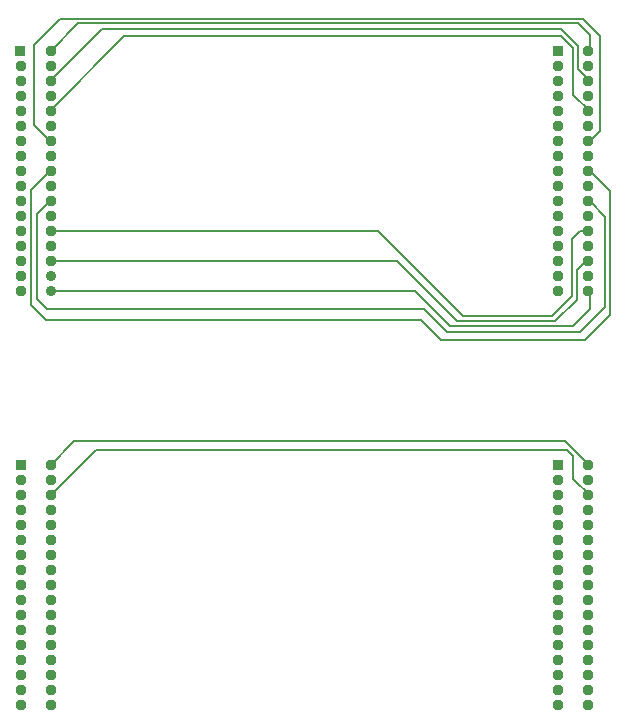
<source format=gbr>
%TF.GenerationSoftware,KiCad,Pcbnew,7.0.7*%
%TF.CreationDate,2023-09-14T17:32:12-04:00*%
%TF.ProjectId,Temps_North_DCT_HSK,54656d70-735f-44e6-9f72-74685f444354,B*%
%TF.SameCoordinates,Original*%
%TF.FileFunction,Copper,L2,Bot*%
%TF.FilePolarity,Positive*%
%FSLAX46Y46*%
G04 Gerber Fmt 4.6, Leading zero omitted, Abs format (unit mm)*
G04 Created by KiCad (PCBNEW 7.0.7) date 2023-09-14 17:32:12*
%MOMM*%
%LPD*%
G01*
G04 APERTURE LIST*
%TA.AperFunction,ComponentPad*%
%ADD10R,0.940800X0.940800*%
%TD*%
%TA.AperFunction,ComponentPad*%
%ADD11C,0.940800*%
%TD*%
%TA.AperFunction,ComponentPad*%
%ADD12C,0.890000*%
%TD*%
%TA.AperFunction,Conductor*%
%ADD13C,0.200000*%
%TD*%
G04 APERTURE END LIST*
D10*
%TO.P,J2,1,Pin_1*%
%TO.N,/TD2_1*%
X104256840Y-89916000D03*
D11*
%TO.P,J2,2,Pin_2*%
%TO.N,/TD2_2*%
X106817160Y-89916000D03*
%TO.P,J2,3,Pin_3*%
%TO.N,unconnected-(J2-Pin_3-Pad3)*%
X104267000Y-91186000D03*
%TO.P,J2,4,Pin_4*%
%TO.N,unconnected-(J2-Pin_4-Pad4)*%
X106807000Y-91186000D03*
%TO.P,J2,5,Pin_5*%
%TO.N,/TD2_5*%
X104267000Y-92456000D03*
%TO.P,J2,6,Pin_6*%
%TO.N,/TD2_6*%
X106807000Y-92456000D03*
%TO.P,J2,7,Pin_7*%
%TO.N,unconnected-(J2-Pin_7-Pad7)*%
X104267000Y-93726000D03*
%TO.P,J2,8,Pin_8*%
%TO.N,unconnected-(J2-Pin_8-Pad8)*%
X106807000Y-93726000D03*
%TO.P,J2,9,Pin_9*%
%TO.N,/TD2_9*%
X104267000Y-94996000D03*
%TO.P,J2,10,Pin_10*%
%TO.N,/TD2_10*%
X106807000Y-94996000D03*
%TO.P,J2,11,Pin_11*%
%TO.N,/TD2_11*%
X104267000Y-96266000D03*
%TO.P,J2,12,Pin_12*%
%TO.N,unconnected-(J2-Pin_12-Pad12)*%
X106807000Y-96266000D03*
%TO.P,J2,13,Pin_13*%
%TO.N,unconnected-(J2-Pin_13-Pad13)*%
X104267000Y-97536000D03*
%TO.P,J2,14,Pin_14*%
%TO.N,unconnected-(J2-Pin_14-Pad14)*%
X106807000Y-97536000D03*
%TO.P,J2,15,Pin_15*%
%TO.N,unconnected-(J2-Pin_15-Pad15)*%
X104267000Y-98806000D03*
%TO.P,J2,16,Pin_16*%
%TO.N,unconnected-(J2-Pin_16-Pad16)*%
X106807000Y-98806000D03*
%TO.P,J2,17,Pin_17*%
%TO.N,unconnected-(J2-Pin_17-Pad17)*%
X104267000Y-100076000D03*
%TO.P,J2,18,Pin_18*%
%TO.N,unconnected-(J2-Pin_18-Pad18)*%
X106807000Y-100076000D03*
%TO.P,J2,19,Pin_19*%
%TO.N,unconnected-(J2-Pin_19-Pad19)*%
X104267000Y-101346000D03*
%TO.P,J2,20,Pin_20*%
%TO.N,unconnected-(J2-Pin_20-Pad20)*%
X106807000Y-101346000D03*
%TO.P,J2,21,Pin_21*%
%TO.N,unconnected-(J2-Pin_21-Pad21)*%
X104267000Y-102616000D03*
%TO.P,J2,22,Pin_22*%
%TO.N,unconnected-(J2-Pin_22-Pad22)*%
X106807000Y-102616000D03*
%TO.P,J2,23,Pin_23*%
%TO.N,unconnected-(J2-Pin_23-Pad23)*%
X104267000Y-103886000D03*
%TO.P,J2,24,Pin_24*%
%TO.N,unconnected-(J2-Pin_24-Pad24)*%
X106807000Y-103886000D03*
%TO.P,J2,25,Pin_25*%
%TO.N,unconnected-(J2-Pin_25-Pad25)*%
X104267000Y-105156000D03*
%TO.P,J2,26,Pin_26*%
%TO.N,unconnected-(J2-Pin_26-Pad26)*%
X106807000Y-105156000D03*
%TO.P,J2,27,Pin_27*%
%TO.N,unconnected-(J2-Pin_27-Pad27)*%
X104267000Y-106426000D03*
%TO.P,J2,28,Pin_28*%
%TO.N,unconnected-(J2-Pin_28-Pad28)*%
X106807000Y-106426000D03*
%TO.P,J2,29,Pin_29*%
%TO.N,unconnected-(J2-Pin_29-Pad29)*%
X104267000Y-107696000D03*
%TO.P,J2,30,Pin_30*%
%TO.N,unconnected-(J2-Pin_30-Pad30)*%
X106807000Y-107696000D03*
%TO.P,J2,31,Pin_31*%
%TO.N,unconnected-(J2-Pin_31-Pad31)*%
X104267000Y-108966000D03*
%TO.P,J2,32,Pin_32*%
%TO.N,unconnected-(J2-Pin_32-Pad32)*%
X106807000Y-108966000D03*
%TO.P,J2,33,Pin_33*%
%TO.N,unconnected-(J2-Pin_33-Pad33)*%
X104267000Y-110236000D03*
%TO.P,J2,34,Pin_34*%
%TO.N,unconnected-(J2-Pin_34-Pad34)*%
X106807000Y-110236000D03*
%TD*%
D10*
%TO.P,J3,1,Pin_1*%
%TO.N,/TD1_1+*%
X149722840Y-54838600D03*
D11*
%TO.P,J3,2,Pin_2*%
%TO.N,/TD1_1-*%
X152283160Y-54838600D03*
%TO.P,J3,3,Pin_3*%
%TO.N,unconnected-(J3-Pin_3-Pad3)*%
X149733000Y-56108600D03*
%TO.P,J3,4,Pin_4*%
%TO.N,unconnected-(J3-Pin_4-Pad4)*%
X152273000Y-56108600D03*
%TO.P,J3,5,Pin_5*%
%TO.N,/TD1_5*%
X149733000Y-57378600D03*
%TO.P,J3,6,Pin_6*%
%TO.N,/TD1_6*%
X152273000Y-57378600D03*
%TO.P,J3,7,Pin_7*%
%TO.N,unconnected-(J3-Pin_7-Pad7)*%
X149733000Y-58648600D03*
%TO.P,J3,8,Pin_8*%
%TO.N,unconnected-(J3-Pin_8-Pad8)*%
X152273000Y-58648600D03*
%TO.P,J3,9,Pin_9*%
%TO.N,/TD1_9*%
X149733000Y-59918600D03*
%TO.P,J3,10,Pin_10*%
%TO.N,/TD1_10*%
X152273000Y-59918600D03*
%TO.P,J3,11,Pin_11*%
%TO.N,unconnected-(J3-Pin_11-Pad11)*%
X149733000Y-61188600D03*
%TO.P,J3,12,Pin_12*%
%TO.N,unconnected-(J3-Pin_12-Pad12)*%
X152273000Y-61188600D03*
%TO.P,J3,13,Pin_13*%
%TO.N,/TD1_13*%
X149733000Y-62458600D03*
%TO.P,J3,14,Pin_14*%
%TO.N,/TD1_14*%
X152273000Y-62458600D03*
%TO.P,J3,15,Pin_15*%
%TO.N,unconnected-(J3-Pin_15-Pad15)*%
X149733000Y-63728600D03*
%TO.P,J3,16,Pin_16*%
%TO.N,unconnected-(J3-Pin_16-Pad16)*%
X152273000Y-63728600D03*
%TO.P,J3,17,Pin_17*%
%TO.N,/TD1_17*%
X149733000Y-64998600D03*
%TO.P,J3,18,Pin_18*%
%TO.N,/TD1_18*%
X152273000Y-64998600D03*
%TO.P,J3,19,Pin_19*%
%TO.N,unconnected-(J3-Pin_19-Pad19)*%
X149733000Y-66268600D03*
%TO.P,J3,20,Pin_20*%
%TO.N,unconnected-(J3-Pin_20-Pad20)*%
X152273000Y-66268600D03*
%TO.P,J3,21,Pin_21*%
%TO.N,/TD1_21*%
X149733000Y-67538600D03*
%TO.P,J3,22,Pin_22*%
%TO.N,/TD1_22*%
X152273000Y-67538600D03*
%TO.P,J3,23,Pin_23*%
%TO.N,unconnected-(J3-Pin_23-Pad23)*%
X149733000Y-68808600D03*
%TO.P,J3,24,Pin_24*%
%TO.N,unconnected-(J3-Pin_24-Pad24)*%
X152273000Y-68808600D03*
%TO.P,J3,25,Pin_25*%
%TO.N,/TD1_25*%
X149733000Y-70078600D03*
%TO.P,J3,26,Pin_26*%
%TO.N,/TD1_26*%
X152273000Y-70078600D03*
%TO.P,J3,27,Pin_27*%
%TO.N,unconnected-(J3-Pin_27-Pad27)*%
X149733000Y-71348600D03*
%TO.P,J3,28,Pin_28*%
%TO.N,unconnected-(J3-Pin_28-Pad28)*%
X152273000Y-71348600D03*
%TO.P,J3,29,Pin_29*%
%TO.N,/TD1_29*%
X149733000Y-72618600D03*
%TO.P,J3,30,Pin_30*%
%TO.N,/TD1_30*%
X152273000Y-72618600D03*
%TO.P,J3,31,Pin_31*%
%TO.N,unconnected-(J3-Pin_31-Pad31)*%
X149733000Y-73888600D03*
%TO.P,J3,32,Pin_32*%
%TO.N,unconnected-(J3-Pin_32-Pad32)*%
X152273000Y-73888600D03*
%TO.P,J3,33,Pin_33*%
%TO.N,/TD1_33*%
X149733000Y-75158600D03*
%TO.P,J3,34,Pin_34*%
%TO.N,/TD1_34*%
X152273000Y-75158600D03*
%TD*%
D10*
%TO.P,J4,1,Pin_1*%
%TO.N,/TD2_1*%
X149722840Y-89916000D03*
D11*
%TO.P,J4,2,Pin_2*%
%TO.N,/TD2_2*%
X152283160Y-89916000D03*
%TO.P,J4,3,Pin_3*%
%TO.N,unconnected-(J4-Pin_3-Pad3)*%
X149733000Y-91186000D03*
%TO.P,J4,4,Pin_4*%
%TO.N,unconnected-(J4-Pin_4-Pad4)*%
X152273000Y-91186000D03*
%TO.P,J4,5,Pin_5*%
%TO.N,/TD2_5*%
X149733000Y-92456000D03*
%TO.P,J4,6,Pin_6*%
%TO.N,/TD2_6*%
X152273000Y-92456000D03*
%TO.P,J4,7,Pin_7*%
%TO.N,unconnected-(J4-Pin_7-Pad7)*%
X149733000Y-93726000D03*
%TO.P,J4,8,Pin_8*%
%TO.N,unconnected-(J4-Pin_8-Pad8)*%
X152273000Y-93726000D03*
%TO.P,J4,9,Pin_9*%
%TO.N,/TD2_10*%
X149733000Y-94996000D03*
%TO.P,J4,10,Pin_10*%
%TO.N,/TD2_9*%
X152273000Y-94996000D03*
%TO.P,J4,11,Pin_11*%
%TO.N,unconnected-(J4-Pin_11-Pad11)*%
X149733000Y-96266000D03*
%TO.P,J4,12,Pin_12*%
%TO.N,/TD2_11*%
X152273000Y-96266000D03*
%TO.P,J4,13,Pin_13*%
%TO.N,unconnected-(J4-Pin_13-Pad13)*%
X149733000Y-97536000D03*
%TO.P,J4,14,Pin_14*%
%TO.N,unconnected-(J4-Pin_14-Pad14)*%
X152273000Y-97536000D03*
%TO.P,J4,15,Pin_15*%
%TO.N,unconnected-(J4-Pin_15-Pad15)*%
X149733000Y-98806000D03*
%TO.P,J4,16,Pin_16*%
%TO.N,unconnected-(J4-Pin_16-Pad16)*%
X152273000Y-98806000D03*
%TO.P,J4,17,Pin_17*%
%TO.N,unconnected-(J4-Pin_17-Pad17)*%
X149733000Y-100076000D03*
%TO.P,J4,18,Pin_18*%
%TO.N,unconnected-(J4-Pin_18-Pad18)*%
X152273000Y-100076000D03*
%TO.P,J4,19,Pin_19*%
%TO.N,unconnected-(J4-Pin_19-Pad19)*%
X149733000Y-101346000D03*
%TO.P,J4,20,Pin_20*%
%TO.N,unconnected-(J4-Pin_20-Pad20)*%
X152273000Y-101346000D03*
%TO.P,J4,21,Pin_21*%
%TO.N,unconnected-(J4-Pin_21-Pad21)*%
X149733000Y-102616000D03*
%TO.P,J4,22,Pin_22*%
%TO.N,unconnected-(J4-Pin_22-Pad22)*%
X152273000Y-102616000D03*
%TO.P,J4,23,Pin_23*%
%TO.N,unconnected-(J4-Pin_23-Pad23)*%
X149733000Y-103886000D03*
%TO.P,J4,24,Pin_24*%
%TO.N,unconnected-(J4-Pin_24-Pad24)*%
X152273000Y-103886000D03*
%TO.P,J4,25,Pin_25*%
%TO.N,unconnected-(J4-Pin_25-Pad25)*%
X149733000Y-105156000D03*
%TO.P,J4,26,Pin_26*%
%TO.N,unconnected-(J4-Pin_26-Pad26)*%
X152273000Y-105156000D03*
%TO.P,J4,27,Pin_27*%
%TO.N,unconnected-(J4-Pin_27-Pad27)*%
X149733000Y-106426000D03*
%TO.P,J4,28,Pin_28*%
%TO.N,unconnected-(J4-Pin_28-Pad28)*%
X152273000Y-106426000D03*
%TO.P,J4,29,Pin_29*%
%TO.N,unconnected-(J4-Pin_29-Pad29)*%
X149733000Y-107696000D03*
%TO.P,J4,30,Pin_30*%
%TO.N,unconnected-(J4-Pin_30-Pad30)*%
X152273000Y-107696000D03*
%TO.P,J4,31,Pin_31*%
%TO.N,unconnected-(J4-Pin_31-Pad31)*%
X149733000Y-108966000D03*
%TO.P,J4,32,Pin_32*%
%TO.N,unconnected-(J4-Pin_32-Pad32)*%
X152273000Y-108966000D03*
%TO.P,J4,33,Pin_33*%
%TO.N,unconnected-(J4-Pin_33-Pad33)*%
X149733000Y-110236000D03*
%TO.P,J4,34,Pin_34*%
%TO.N,unconnected-(J4-Pin_34-Pad34)*%
X152273000Y-110236000D03*
%TD*%
D10*
%TO.P,J1,1,Pin_1*%
%TO.N,/TD1_1+*%
X104241600Y-54838600D03*
D11*
%TO.P,J1,2,Pin_2*%
%TO.N,/TD1_1-*%
X106801920Y-54838600D03*
%TO.P,J1,3,Pin_3*%
%TO.N,unconnected-(J1-Pin_3-Pad3)*%
X104251760Y-56108600D03*
%TO.P,J1,4,Pin_4*%
%TO.N,unconnected-(J1-Pin_4-Pad4)*%
X106791760Y-56108600D03*
%TO.P,J1,5,Pin_5*%
%TO.N,/TD1_5*%
X104251760Y-57378600D03*
%TO.P,J1,6,Pin_6*%
%TO.N,/TD1_6*%
X106791760Y-57378600D03*
%TO.P,J1,7,Pin_7*%
%TO.N,unconnected-(J1-Pin_7-Pad7)*%
X104251760Y-58648600D03*
%TO.P,J1,8,Pin_8*%
%TO.N,unconnected-(J1-Pin_8-Pad8)*%
X106791760Y-58648600D03*
%TO.P,J1,9,Pin_9*%
%TO.N,/TD1_9*%
X104251760Y-59918600D03*
%TO.P,J1,10,Pin_10*%
%TO.N,/TD1_10*%
X106791760Y-59918600D03*
%TO.P,J1,11,Pin_11*%
%TO.N,unconnected-(J1-Pin_11-Pad11)*%
X104251760Y-61188600D03*
%TO.P,J1,12,Pin_12*%
%TO.N,unconnected-(J1-Pin_12-Pad12)*%
X106791760Y-61188600D03*
%TO.P,J1,13,Pin_13*%
%TO.N,/TD1_13*%
X104251760Y-62458600D03*
%TO.P,J1,14,Pin_14*%
%TO.N,/TD1_14*%
X106791760Y-62458600D03*
%TO.P,J1,15,Pin_15*%
%TO.N,unconnected-(J1-Pin_15-Pad15)*%
X104251760Y-63728600D03*
%TO.P,J1,16,Pin_16*%
%TO.N,unconnected-(J1-Pin_16-Pad16)*%
X106791760Y-63728600D03*
%TO.P,J1,17,Pin_17*%
%TO.N,/TD1_17*%
X104251760Y-64998600D03*
%TO.P,J1,18,Pin_18*%
%TO.N,/TD1_18*%
X106791760Y-64998600D03*
%TO.P,J1,19,Pin_19*%
%TO.N,unconnected-(J1-Pin_19-Pad19)*%
X104251760Y-66268600D03*
%TO.P,J1,20,Pin_20*%
%TO.N,unconnected-(J1-Pin_20-Pad20)*%
X106791760Y-66268600D03*
%TO.P,J1,21,Pin_21*%
%TO.N,/TD1_21*%
X104251760Y-67538600D03*
%TO.P,J1,22,Pin_22*%
%TO.N,/TD1_22*%
X106791760Y-67538600D03*
%TO.P,J1,23,Pin_23*%
%TO.N,unconnected-(J1-Pin_23-Pad23)*%
X104251760Y-68808600D03*
%TO.P,J1,24,Pin_24*%
%TO.N,unconnected-(J1-Pin_24-Pad24)*%
X106791760Y-68808600D03*
%TO.P,J1,25,Pin_25*%
%TO.N,/TD1_25*%
X104251760Y-70078600D03*
%TO.P,J1,26,Pin_26*%
%TO.N,/TD1_26*%
X106791760Y-70078600D03*
%TO.P,J1,27,Pin_27*%
%TO.N,unconnected-(J1-Pin_27-Pad27)*%
X104251760Y-71348600D03*
%TO.P,J1,28,Pin_28*%
%TO.N,unconnected-(J1-Pin_28-Pad28)*%
X106791760Y-71348600D03*
%TO.P,J1,29,Pin_29*%
%TO.N,/TD1_29*%
X104251760Y-72618600D03*
%TO.P,J1,30,Pin_30*%
%TO.N,/TD1_30*%
X106791760Y-72618600D03*
%TO.P,J1,31,Pin_31*%
%TO.N,unconnected-(J1-Pin_31-Pad31)*%
X104251760Y-73888600D03*
D12*
%TO.P,J1,32,Pin_32*%
%TO.N,unconnected-(J1-Pin_32-Pad32)*%
X106791760Y-73888600D03*
D11*
%TO.P,J1,33,Pin_33*%
%TO.N,/TD1_33*%
X104251760Y-75158600D03*
D12*
%TO.P,J1,34,Pin_34*%
%TO.N,/TD1_34*%
X106791760Y-75158600D03*
%TD*%
D13*
%TO.N,/TD1_6*%
X152437200Y-57424200D02*
X151430000Y-56417000D01*
X150003486Y-53019400D02*
X111130000Y-53019400D01*
X151430000Y-56417000D02*
X151430000Y-54445914D01*
X151430000Y-54445914D02*
X150003486Y-53019400D01*
X106776000Y-57373400D02*
X106742600Y-57373400D01*
X111130000Y-53019400D02*
X106776000Y-57373400D01*
%TO.N,/TD1_10*%
X113030000Y-53619400D02*
X150037800Y-53619400D01*
X150037800Y-53619400D02*
X151030000Y-54611600D01*
X106742600Y-59913400D02*
X106742600Y-59906800D01*
X106742600Y-59906800D02*
X113030000Y-53619400D01*
X151030000Y-54611600D02*
X151030000Y-58557000D01*
X151030000Y-58557000D02*
X152437200Y-59964200D01*
%TO.N,/TD1_14*%
X151830000Y-52119400D02*
X107630000Y-52119400D01*
X105430000Y-54319400D02*
X105430000Y-61140800D01*
X153330000Y-53619400D02*
X151830000Y-52119400D01*
X152437200Y-62504200D02*
X153330000Y-61611400D01*
X105430000Y-61140800D02*
X106742600Y-62453400D01*
X153330000Y-61611400D02*
X153330000Y-53619400D01*
X107630000Y-52119400D02*
X105430000Y-54319400D01*
%TO.N,/TD1_18*%
X106430000Y-77619400D02*
X138130000Y-77619400D01*
X105130000Y-76319400D02*
X106430000Y-77619400D01*
X154130000Y-77219400D02*
X154130000Y-66737000D01*
X154130000Y-66737000D02*
X152437200Y-65044200D01*
X139830000Y-79319400D02*
X152030000Y-79319400D01*
X152030000Y-79319400D02*
X154130000Y-77219400D01*
X105130000Y-66606000D02*
X105130000Y-76319400D01*
X138130000Y-77619400D02*
X139830000Y-79319400D01*
X106742600Y-64993400D02*
X105130000Y-66606000D01*
%TO.N,/TD1_22*%
X153730000Y-68877000D02*
X152437200Y-67584200D01*
X105630000Y-75819400D02*
X106530000Y-76719400D01*
X105630000Y-68646000D02*
X105630000Y-75819400D01*
X140330000Y-78619400D02*
X151630000Y-78619400D01*
X151630000Y-78619400D02*
X153730000Y-76519400D01*
X138430000Y-76719400D02*
X140330000Y-78619400D01*
X153730000Y-76519400D02*
X153730000Y-68877000D01*
X106530000Y-76719400D02*
X138430000Y-76719400D01*
X106742600Y-67533400D02*
X105630000Y-68646000D01*
%TO.N,/TD1_26*%
X106742600Y-70073400D02*
X134484000Y-70073400D01*
X141730000Y-77319400D02*
X149223200Y-77319400D01*
X151592400Y-70124200D02*
X152437200Y-70124200D01*
X134484000Y-70073400D02*
X141730000Y-77319400D01*
X150930000Y-70786600D02*
X151592400Y-70124200D01*
X149223200Y-77319400D02*
X150930000Y-75612600D01*
X150930000Y-75612600D02*
X150930000Y-70786600D01*
%TO.N,/TD1_30*%
X152437200Y-72664200D02*
X152091000Y-72664200D01*
X151330000Y-75898400D02*
X149509000Y-77719400D01*
X149509000Y-77719400D02*
X141230000Y-77719400D01*
X152091000Y-72664200D02*
X151330000Y-73425200D01*
X141230000Y-77719400D02*
X136124000Y-72613400D01*
X151330000Y-73425200D02*
X151330000Y-75898400D01*
X136124000Y-72613400D02*
X106742600Y-72613400D01*
%TO.N,/TD1_34*%
X152437200Y-76712200D02*
X151030000Y-78119400D01*
X151030000Y-78119400D02*
X140630000Y-78119400D01*
X152437200Y-75204200D02*
X152437200Y-76712200D01*
X137664000Y-75153400D02*
X106742600Y-75153400D01*
X140630000Y-78119400D02*
X137664000Y-75153400D01*
%TO.N,/TD2_2*%
X108814620Y-87909400D02*
X150366980Y-87909400D01*
X150366980Y-87909400D02*
X152432180Y-89974600D01*
X106749420Y-89974600D02*
X108814620Y-87909400D01*
X106716780Y-89974600D02*
X106749420Y-89974600D01*
X106886780Y-89804600D02*
X106716780Y-89974600D01*
%TO.N,/TD2_6*%
X106792400Y-92433400D02*
X106792400Y-92530600D01*
X151028400Y-91051200D02*
X151028400Y-89154000D01*
X151028400Y-89154000D02*
X150495000Y-88620600D01*
X152215200Y-92530600D02*
X152507800Y-92530600D01*
X150495000Y-88620600D02*
X110605200Y-88620600D01*
X110605200Y-88620600D02*
X106792400Y-92433400D01*
X152507800Y-92530600D02*
X151028400Y-91051200D01*
%TO.N,/TD1_1-*%
X106752760Y-54833400D02*
X106816000Y-54833400D01*
X109130000Y-52519400D02*
X151430000Y-52519400D01*
X152447360Y-53536760D02*
X152447360Y-54884200D01*
X106816000Y-54833400D02*
X109130000Y-52519400D01*
X151430000Y-52519400D02*
X152447360Y-53536760D01*
%TD*%
M02*

</source>
